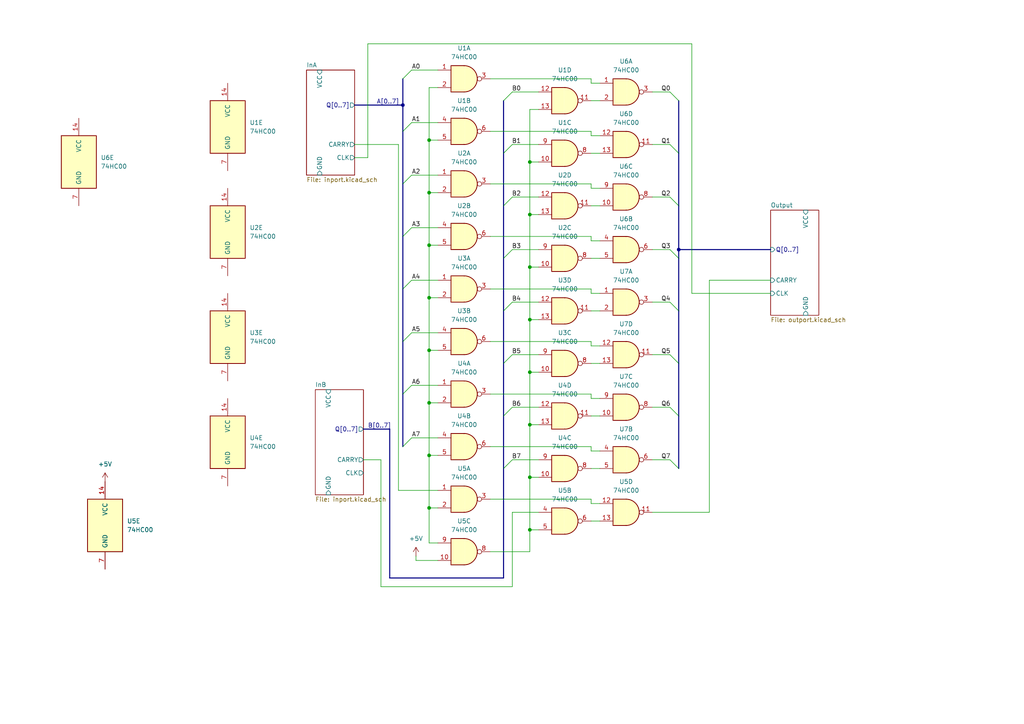
<source format=kicad_sch>
(kicad_sch (version 20230121) (generator eeschema)
  (paper "A4")
  (lib_symbols
    (symbol "74xx:74HC00" (pin_names (offset 1.016))
      (property "Reference" "U" (at 0 1.27 0))
      (property "Value" "74HC00" (at 0 -1.27 0))
      (symbol "74HC00_1_1"
        (arc (start 0 -3.81) (mid 3.7934 0) (end 0 3.81) (stroke (width 0.254)) (fill (type background)))
        (polyline (pts (xy 0 3.81) (xy -3.81 3.81) (xy -3.81 -3.81) (xy 0 -3.81)) (stroke (width 0.254)) (fill (type background)))
        (pin input line (at -7.62 2.54 0) (length 3.81) (name "~") (number "1"))
        (pin input line (at -7.62 -2.54 0) (length 3.81) (name "~") (number "2"))
        (pin output inverted (at 7.62 0 180) (length 3.81) (name "~") (number "3"))
      )
      (symbol "74HC00_1_2"
        (arc (start -3.81 -3.81) (mid -2.589 0) (end -3.81 3.81) (stroke (width 0.254)))
        (arc (start -0.6096 -3.81) (mid 2.1842 -2.5851) (end 3.81 0) (stroke (width 0.254)) (fill (type background)))
        (polyline (pts (xy -3.81 -3.81) (xy -0.635 -3.81)) (stroke (width 0.254)) (fill (type background)))
        (polyline (pts (xy -3.81 3.81) (xy -0.635 3.81)) (stroke (width 0.254)) (fill (type background)))
        (polyline (pts (xy -0.635 3.81) (xy -3.81 3.81) (xy -3.81 3.81) (xy -3.556 3.4036) (xy -3.0226 2.2606) (xy -2.6924 1.0414) (xy -2.6162 -0.254) (xy -2.7686 -1.4986) (xy -3.175 -2.7178) (xy -3.81 -3.81) (xy -3.81 -3.81) (xy -0.635 -3.81)) (stroke (width -25.4)) (fill (type background)))
        (arc (start 3.81 0) (mid 2.1915 2.5936) (end -0.6096 3.81) (stroke (width 0.254)) (fill (type background)))
        (pin input inverted (at -7.62 2.54 0) (length 4.318) (name "~") (number "1"))
        (pin input inverted (at -7.62 -2.54 0) (length 4.318) (name "~") (number "2"))
        (pin output line (at 7.62 0 180) (length 3.81) (name "~") (number "3"))
      )
      (symbol "74HC00_2_1"
        (arc (start 0 -3.81) (mid 3.7934 0) (end 0 3.81) (stroke (width 0.254)) (fill (type background)))
        (polyline (pts (xy 0 3.81) (xy -3.81 3.81) (xy -3.81 -3.81) (xy 0 -3.81)) (stroke (width 0.254)) (fill (type background)))
        (pin input line (at -7.62 2.54 0) (length 3.81) (name "~") (number "4"))
        (pin input line (at -7.62 -2.54 0) (length 3.81) (name "~") (number "5"))
        (pin output inverted (at 7.62 0 180) (length 3.81) (name "~") (number "6"))
      )
      (symbol "74HC00_2_2"
        (arc (start -3.81 -3.81) (mid -2.589 0) (end -3.81 3.81) (stroke (width 0.254)))
        (arc (start -0.6096 -3.81) (mid 2.1842 -2.5851) (end 3.81 0) (stroke (width 0.254)) (fill (type background)))
        (polyline (pts (xy -3.81 -3.81) (xy -0.635 -3.81)) (stroke (width 0.254)) (fill (type background)))
        (polyline (pts (xy -3.81 3.81) (xy -0.635 3.81)) (stroke (width 0.254)) (fill (type background)))
        (polyline (pts (xy -0.635 3.81) (xy -3.81 3.81) (xy -3.81 3.81) (xy -3.556 3.4036) (xy -3.0226 2.2606) (xy -2.6924 1.0414) (xy -2.6162 -0.254) (xy -2.7686 -1.4986) (xy -3.175 -2.7178) (xy -3.81 -3.81) (xy -3.81 -3.81) (xy -0.635 -3.81)) (stroke (width -25.4)) (fill (type background)))
        (arc (start 3.81 0) (mid 2.1915 2.5936) (end -0.6096 3.81) (stroke (width 0.254)) (fill (type background)))
        (pin input inverted (at -7.62 2.54 0) (length 4.318) (name "~") (number "4"))
        (pin input inverted (at -7.62 -2.54 0) (length 4.318) (name "~") (number "5"))
        (pin output line (at 7.62 0 180) (length 3.81) (name "~") (number "6"))
      )
      (symbol "74HC00_3_1"
        (arc (start 0 -3.81) (mid 3.7934 0) (end 0 3.81) (stroke (width 0.254)) (fill (type background)))
        (polyline (pts (xy 0 3.81) (xy -3.81 3.81) (xy -3.81 -3.81) (xy 0 -3.81)) (stroke (width 0.254)) (fill (type background)))
        (pin input line (at -7.62 -2.54 0) (length 3.81) (name "~") (number "10"))
        (pin output inverted (at 7.62 0 180) (length 3.81) (name "~") (number "8"))
        (pin input line (at -7.62 2.54 0) (length 3.81) (name "~") (number "9"))
      )
      (symbol "74HC00_3_2"
        (arc (start -3.81 -3.81) (mid -2.589 0) (end -3.81 3.81) (stroke (width 0.254)))
        (arc (start -0.6096 -3.81) (mid 2.1842 -2.5851) (end 3.81 0) (stroke (width 0.254)) (fill (type background)))
        (polyline (pts (xy -3.81 -3.81) (xy -0.635 -3.81)) (stroke (width 0.254)) (fill (type background)))
        (polyline (pts (xy -3.81 3.81) (xy -0.635 3.81)) (stroke (width 0.254)) (fill (type background)))
        (polyline (pts (xy -0.635 3.81) (xy -3.81 3.81) (xy -3.81 3.81) (xy -3.556 3.4036) (xy -3.0226 2.2606) (xy -2.6924 1.0414) (xy -2.6162 -0.254) (xy -2.7686 -1.4986) (xy -3.175 -2.7178) (xy -3.81 -3.81) (xy -3.81 -3.81) (xy -0.635 -3.81)) (stroke (width -25.4)) (fill (type background)))
        (arc (start 3.81 0) (mid 2.1915 2.5936) (end -0.6096 3.81) (stroke (width 0.254)) (fill (type background)))
        (pin input inverted (at -7.62 -2.54 0) (length 4.318) (name "~") (number "10"))
        (pin output line (at 7.62 0 180) (length 3.81) (name "~") (number "8"))
        (pin input inverted (at -7.62 2.54 0) (length 4.318) (name "~") (number "9"))
      )
      (symbol "74HC00_4_1"
        (arc (start 0 -3.81) (mid 3.7934 0) (end 0 3.81) (stroke (width 0.254)) (fill (type background)))
        (polyline (pts (xy 0 3.81) (xy -3.81 3.81) (xy -3.81 -3.81) (xy 0 -3.81)) (stroke (width 0.254)) (fill (type background)))
        (pin output inverted (at 7.62 0 180) (length 3.81) (name "~") (number "11"))
        (pin input line (at -7.62 2.54 0) (length 3.81) (name "~") (number "12"))
        (pin input line (at -7.62 -2.54 0) (length 3.81) (name "~") (number "13"))
      )
      (symbol "74HC00_4_2"
        (arc (start -3.81 -3.81) (mid -2.589 0) (end -3.81 3.81) (stroke (width 0.254)))
        (arc (start -0.6096 -3.81) (mid 2.1842 -2.5851) (end 3.81 0) (stroke (width 0.254)) (fill (type background)))
        (polyline (pts (xy -3.81 -3.81) (xy -0.635 -3.81)) (stroke (width 0.254)) (fill (type background)))
        (polyline (pts (xy -3.81 3.81) (xy -0.635 3.81)) (stroke (width 0.254)) (fill (type background)))
        (polyline (pts (xy -0.635 3.81) (xy -3.81 3.81) (xy -3.81 3.81) (xy -3.556 3.4036) (xy -3.0226 2.2606) (xy -2.6924 1.0414) (xy -2.6162 -0.254) (xy -2.7686 -1.4986) (xy -3.175 -2.7178) (xy -3.81 -3.81) (xy -3.81 -3.81) (xy -0.635 -3.81)) (stroke (width -25.4)) (fill (type background)))
        (arc (start 3.81 0) (mid 2.1915 2.5936) (end -0.6096 3.81) (stroke (width 0.254)) (fill (type background)))
        (pin output line (at 7.62 0 180) (length 3.81) (name "~") (number "11"))
        (pin input inverted (at -7.62 2.54 0) (length 4.318) (name "~") (number "12"))
        (pin input inverted (at -7.62 -2.54 0) (length 4.318) (name "~") (number "13"))
      )
      (symbol "74HC00_5_0"
        (pin power_in line (at 0 12.7 270) (length 5.08) (name "VCC") (number "14"))
        (pin power_in line (at 0 -12.7 90) (length 5.08) (name "GND") (number "7"))
      )
      (symbol "74HC00_5_1"
        (rectangle (start -5.08 7.62) (end 5.08 -7.62) (stroke (width 0.254)) (fill (type background)))
      )
    )
    (symbol "power:+5V" (power) (pin_names (offset 0))
      (property "Value" "+5V" (at 0 3.556 0))
      (symbol "+5V_0_1"
        (polyline (pts (xy -0.762 1.27) (xy 0 2.54)))
        (polyline (pts (xy 0 0) (xy 0 2.54)))
        (polyline (pts (xy 0 2.54) (xy 0.762 1.27)))
      )
      (symbol "+5V_1_1"
        (pin power_in line (at 0 0 90) (length 0) hide (name "+5V") (number "1"))
      )
    )
  )
  (junction (at 124.46 147.32))
  (junction (at 153.67 138.43))
  (junction (at 153.67 123.19))
  (junction (at 153.67 77.47))
  (junction (at 124.46 71.12))
  (junction (at 153.67 153.67))
  (junction (at 124.46 132.08))
  (junction (at 124.46 116.84))
  (junction (at 153.67 46.99))
  (junction (at 124.46 86.36))
  (junction (at 124.46 40.64))
  (junction (at 153.67 107.95))
  (junction (at 116.84 30.48))
  (junction (at 153.67 62.23))
  (junction (at 153.67 92.71))
  (junction (at 196.85 72.39))
  (junction (at 124.46 101.6))
  (junction (at 124.46 55.88))
  (bus_entry (at 194.31 72.39) (size 2.54 2.54))
  (bus_entry (at 415.29 6.35) (size -2.54 2.54))
  (bus_entry (at 119.38 96.52) (size -2.54 2.54))
  (bus_entry (at 119.38 81.28) (size -2.54 2.54))
  (bus_entry (at 194.31 41.91) (size 2.54 2.54))
  (bus_entry (at 119.38 20.32) (size -2.54 2.54))
  (bus_entry (at 415.29 97.79) (size -2.54 2.54))
  (bus_entry (at 148.59 26.67) (size -2.54 2.54))
  (bus_entry (at 415.29 67.31) (size -2.54 2.54))
  (bus_entry (at 119.38 50.8) (size -2.54 2.54))
  (bus_entry (at 119.38 127) (size -2.54 2.54))
  (bus_entry (at 148.59 87.63) (size -2.54 2.54))
  (bus_entry (at 194.31 102.87) (size 2.54 2.54))
  (bus_entry (at 415.29 52.07) (size -2.54 2.54))
  (bus_entry (at 148.59 57.15) (size -2.54 2.54))
  (bus_entry (at 415.29 113.03) (size -2.54 2.54))
  (bus_entry (at 148.59 72.39) (size -2.54 2.54))
  (bus_entry (at 194.31 87.63) (size 2.54 2.54))
  (bus_entry (at 194.31 133.35) (size 2.54 2.54))
  (bus_entry (at 119.38 111.76) (size -2.54 2.54))
  (bus_entry (at 148.59 102.87) (size -2.54 2.54))
  (bus_entry (at 415.29 82.55) (size -2.54 2.54))
  (bus_entry (at 119.38 35.56) (size -2.54 2.54))
  (bus_entry (at 119.38 66.04) (size -2.54 2.54))
  (bus_entry (at 148.59 41.91) (size -2.54 2.54))
  (bus_entry (at 415.29 21.59) (size -2.54 2.54))
  (bus_entry (at 148.59 133.35) (size -2.54 2.54))
  (bus_entry (at 194.31 118.11) (size 2.54 2.54))
  (bus_entry (at 194.31 26.67) (size 2.54 2.54))
  (bus_entry (at 415.29 36.83) (size -2.54 2.54))
  (bus_entry (at 194.31 57.15) (size 2.54 2.54))
  (bus_entry (at 148.59 118.11) (size -2.54 2.54))
  (wire (pts (xy 156.21 26.67) (xy 148.59 26.67)))
  (bus (pts (xy 196.85 29.21) (xy 196.85 44.45)))
  (bus (pts (xy 412.75 69.85) (xy 412.75 85.09)))
  (wire (pts (xy 110.49 133.35) (xy 110.49 170.18)))
  (wire (pts (xy 173.99 115.57) (xy 171.45 115.57)))
  (wire (pts (xy 124.46 25.4) (xy 124.46 40.64)))
  (wire (pts (xy 127 111.76) (xy 119.38 111.76)))
  (bus (pts (xy 113.03 167.64) (xy 113.03 124.46)))
  (wire (pts (xy 171.45 59.69) (xy 173.99 59.69)))
  (wire (pts (xy 142.24 114.3) (xy 171.45 114.3)))
  (wire (pts (xy 153.67 138.43) (xy 153.67 153.67)))
  (bus (pts (xy 116.84 114.3) (xy 116.84 129.54)))
  (bus (pts (xy 196.85 74.93) (xy 196.85 90.17)))
  (wire (pts (xy 153.67 123.19) (xy 153.67 138.43)))
  (wire (pts (xy 156.21 31.75) (xy 153.67 31.75)))
  (wire (pts (xy 127 86.36) (xy 124.46 86.36)))
  (wire (pts (xy 124.46 40.64) (xy 124.46 55.88)))
  (bus (pts (xy 412.75 24.13) (xy 412.75 39.37)))
  (wire (pts (xy 127 20.32) (xy 119.38 20.32)))
  (wire (pts (xy 422.91 97.79) (xy 415.29 97.79)))
  (wire (pts (xy 223.52 81.28) (xy 205.74 81.28)))
  (wire (pts (xy 171.45 68.58) (xy 142.24 68.58)))
  (wire (pts (xy 171.45 105.41) (xy 173.99 105.41)))
  (wire (pts (xy 115.57 142.24) (xy 127 142.24)))
  (wire (pts (xy 189.23 41.91) (xy 194.31 41.91)))
  (wire (pts (xy 223.52 85.09) (xy 200.66 85.09)))
  (wire (pts (xy 171.45 115.57) (xy 171.45 114.3)))
  (bus (pts (xy 146.05 29.21) (xy 146.05 44.45)))
  (wire (pts (xy 171.45 90.17) (xy 173.99 90.17)))
  (wire (pts (xy 127 71.12) (xy 124.46 71.12)))
  (wire (pts (xy 153.67 31.75) (xy 153.67 46.99)))
  (wire (pts (xy 173.99 54.61) (xy 171.45 54.61)))
  (wire (pts (xy 156.21 72.39) (xy 148.59 72.39)))
  (wire (pts (xy 171.45 83.82) (xy 171.45 85.09)))
  (wire (pts (xy 102.87 41.91) (xy 115.57 41.91)))
  (bus (pts (xy 412.75 100.33) (xy 412.75 115.57)))
  (wire (pts (xy 173.99 100.33) (xy 171.45 100.33)))
  (wire (pts (xy 142.24 22.86) (xy 171.45 22.86)))
  (wire (pts (xy 171.45 130.81) (xy 171.45 129.54)))
  (wire (pts (xy 200.66 85.09) (xy 200.66 12.7)))
  (wire (pts (xy 148.59 148.59) (xy 156.21 148.59)))
  (wire (pts (xy 189.23 133.35) (xy 194.31 133.35)))
  (bus (pts (xy 146.05 90.17) (xy 146.05 105.41)))
  (wire (pts (xy 205.74 81.28) (xy 205.74 148.59)))
  (wire (pts (xy 422.91 113.03) (xy 415.29 113.03)))
  (wire (pts (xy 171.45 53.34) (xy 142.24 53.34)))
  (bus (pts (xy 196.85 59.69) (xy 196.85 72.39)))
  (bus (pts (xy 196.85 72.39) (xy 196.85 74.93)))
  (bus (pts (xy 146.05 167.64) (xy 113.03 167.64)))
  (wire (pts (xy 127 55.88) (xy 124.46 55.88)))
  (wire (pts (xy 153.67 123.19) (xy 156.21 123.19)))
  (bus (pts (xy 196.85 120.65) (xy 196.85 135.89)))
  (wire (pts (xy 189.23 118.11) (xy 194.31 118.11)))
  (bus (pts (xy 113.03 124.46) (xy 105.41 124.46)))
  (bus (pts (xy 412.75 85.09) (xy 412.75 100.33)))
  (wire (pts (xy 142.24 99.06) (xy 171.45 99.06)))
  (bus (pts (xy 196.85 44.45) (xy 196.85 59.69)))
  (wire (pts (xy 171.45 54.61) (xy 171.45 53.34)))
  (wire (pts (xy 156.21 102.87) (xy 148.59 102.87)))
  (wire (pts (xy 171.45 29.21) (xy 173.99 29.21)))
  (wire (pts (xy 153.67 46.99) (xy 153.67 62.23)))
  (wire (pts (xy 142.24 38.1) (xy 171.45 38.1)))
  (wire (pts (xy 156.21 57.15) (xy 148.59 57.15)))
  (wire (pts (xy 148.59 170.18) (xy 148.59 148.59)))
  (wire (pts (xy 171.45 135.89) (xy 173.99 135.89)))
  (wire (pts (xy 171.45 22.86) (xy 171.45 24.13)))
  (wire (pts (xy 153.67 77.47) (xy 153.67 92.71)))
  (bus (pts (xy 116.84 53.34) (xy 116.84 68.58)))
  (bus (pts (xy 116.84 99.06) (xy 116.84 114.3)))
  (wire (pts (xy 127 101.6) (xy 124.46 101.6)))
  (wire (pts (xy 127 157.48) (xy 124.46 157.48)))
  (wire (pts (xy 106.68 45.72) (xy 102.87 45.72)))
  (wire (pts (xy 171.45 24.13) (xy 173.99 24.13)))
  (bus (pts (xy 146.05 74.93) (xy 146.05 90.17)))
  (wire (pts (xy 171.45 151.13) (xy 173.99 151.13)))
  (bus (pts (xy 146.05 105.41) (xy 146.05 120.65)))
  (wire (pts (xy 127 35.56) (xy 119.38 35.56)))
  (wire (pts (xy 124.46 157.48) (xy 124.46 147.32)))
  (wire (pts (xy 153.67 92.71) (xy 153.67 107.95)))
  (wire (pts (xy 127 25.4) (xy 124.46 25.4)))
  (bus (pts (xy 412.75 54.61) (xy 412.75 69.85)))
  (wire (pts (xy 127 66.04) (xy 119.38 66.04)))
  (wire (pts (xy 124.46 86.36) (xy 124.46 101.6)))
  (bus (pts (xy 116.84 38.1) (xy 116.84 53.34)))
  (wire (pts (xy 156.21 133.35) (xy 148.59 133.35)))
  (wire (pts (xy 189.23 72.39) (xy 194.31 72.39)))
  (wire (pts (xy 171.45 85.09) (xy 173.99 85.09)))
  (wire (pts (xy 422.91 6.35) (xy 415.29 6.35)))
  (wire (pts (xy 173.99 130.81) (xy 171.45 130.81)))
  (wire (pts (xy 127 132.08) (xy 124.46 132.08)))
  (bus (pts (xy 196.85 72.39) (xy 223.52 72.39)))
  (wire (pts (xy 124.46 116.84) (xy 124.46 132.08)))
  (wire (pts (xy 153.67 62.23) (xy 153.67 77.47)))
  (wire (pts (xy 124.46 55.88) (xy 124.46 71.12)))
  (wire (pts (xy 120.65 162.56) (xy 120.65 161.29)))
  (wire (pts (xy 142.24 83.82) (xy 171.45 83.82)))
  (wire (pts (xy 156.21 87.63) (xy 148.59 87.63)))
  (bus (pts (xy 146.05 44.45) (xy 146.05 59.69)))
  (bus (pts (xy 412.75 39.37) (xy 412.75 54.61)))
  (bus (pts (xy 116.84 30.48) (xy 116.84 38.1)))
  (wire (pts (xy 153.67 160.02) (xy 142.24 160.02)))
  (wire (pts (xy 153.67 153.67) (xy 153.67 160.02)))
  (wire (pts (xy 422.91 36.83) (xy 415.29 36.83)))
  (wire (pts (xy 171.45 146.05) (xy 173.99 146.05)))
  (wire (pts (xy 422.91 21.59) (xy 415.29 21.59)))
  (bus (pts (xy 412.75 8.89) (xy 412.75 24.13)))
  (wire (pts (xy 142.24 144.78) (xy 171.45 144.78)))
  (wire (pts (xy 171.45 144.78) (xy 171.45 146.05)))
  (wire (pts (xy 153.67 62.23) (xy 156.21 62.23)))
  (wire (pts (xy 189.23 87.63) (xy 194.31 87.63)))
  (bus (pts (xy 196.85 105.41) (xy 196.85 120.65)))
  (wire (pts (xy 422.91 52.07) (xy 415.29 52.07)))
  (wire (pts (xy 127 40.64) (xy 124.46 40.64)))
  (wire (pts (xy 173.99 69.85) (xy 171.45 69.85)))
  (wire (pts (xy 153.67 77.47) (xy 156.21 77.47)))
  (wire (pts (xy 127 50.8) (xy 119.38 50.8)))
  (wire (pts (xy 127 162.56) (xy 120.65 162.56)))
  (wire (pts (xy 110.49 170.18) (xy 148.59 170.18)))
  (wire (pts (xy 205.74 148.59) (xy 189.23 148.59)))
  (wire (pts (xy 124.46 71.12) (xy 124.46 86.36)))
  (wire (pts (xy 127 81.28) (xy 119.38 81.28)))
  (wire (pts (xy 422.91 67.31) (xy 415.29 67.31)))
  (wire (pts (xy 171.45 120.65) (xy 173.99 120.65)))
  (wire (pts (xy 200.66 12.7) (xy 106.68 12.7)))
  (wire (pts (xy 124.46 147.32) (xy 127 147.32)))
  (bus (pts (xy 102.87 30.48) (xy 116.84 30.48)))
  (wire (pts (xy 124.46 132.08) (xy 124.46 147.32)))
  (bus (pts (xy 116.84 22.86) (xy 116.84 30.48)))
  (wire (pts (xy 173.99 39.37) (xy 171.45 39.37)))
  (bus (pts (xy 146.05 120.65) (xy 146.05 135.89)))
  (wire (pts (xy 189.23 102.87) (xy 194.31 102.87)))
  (bus (pts (xy 116.84 83.82) (xy 116.84 99.06)))
  (wire (pts (xy 115.57 41.91) (xy 115.57 142.24)))
  (wire (pts (xy 156.21 118.11) (xy 148.59 118.11)))
  (bus (pts (xy 196.85 90.17) (xy 196.85 105.41)))
  (wire (pts (xy 171.45 129.54) (xy 142.24 129.54)))
  (wire (pts (xy 127 127) (xy 119.38 127)))
  (wire (pts (xy 124.46 101.6) (xy 124.46 116.84)))
  (wire (pts (xy 171.45 44.45) (xy 173.99 44.45)))
  (wire (pts (xy 105.41 133.35) (xy 110.49 133.35)))
  (wire (pts (xy 153.67 107.95) (xy 153.67 123.19)))
  (wire (pts (xy 171.45 74.93) (xy 173.99 74.93)))
  (wire (pts (xy 171.45 100.33) (xy 171.45 99.06)))
  (bus (pts (xy 116.84 68.58) (xy 116.84 83.82)))
  (wire (pts (xy 422.91 82.55) (xy 415.29 82.55)))
  (wire (pts (xy 153.67 92.71) (xy 156.21 92.71)))
  (wire (pts (xy 156.21 41.91) (xy 148.59 41.91)))
  (wire (pts (xy 189.23 26.67) (xy 194.31 26.67)))
  (wire (pts (xy 153.67 138.43) (xy 156.21 138.43)))
  (wire (pts (xy 171.45 69.85) (xy 171.45 68.58)))
  (bus (pts (xy 146.05 135.89) (xy 146.05 167.64)))
  (wire (pts (xy 153.67 46.99) (xy 156.21 46.99)))
  (bus (pts (xy 146.05 59.69) (xy 146.05 74.93)))
  (wire (pts (xy 127 116.84) (xy 124.46 116.84)))
  (wire (pts (xy 127 96.52) (xy 119.38 96.52)))
  (wire (pts (xy 189.23 57.15) (xy 194.31 57.15)))
  (wire (pts (xy 153.67 153.67) (xy 156.21 153.67)))
  (wire (pts (xy 153.67 107.95) (xy 156.21 107.95)))
  (wire (pts (xy 171.45 39.37) (xy 171.45 38.1)))
  (wire (pts (xy 106.68 12.7) (xy 106.68 45.72)))
  (label "B7" (at 151.13 133.35 180))
  (label "Q5" (at 191.77 102.87 0))
  (label "A3" (at 417.83 52.07 180))
  (label "Q1" (at 191.77 41.91 0))
  (label "A[0..7]" (at 109.22 30.48 0))
  (label "A5" (at 417.83 82.55 180))
  (label "A7" (at 417.83 113.03 180))
  (label "B0" (at 151.13 26.67 180))
  (label "A6" (at 417.83 97.79 180))
  (label "A2" (at 417.83 36.83 180))
  (label "Q4" (at 191.77 87.63 0))
  (label "A6" (at 121.92 111.76 180))
  (label "A4" (at 121.92 81.28 180))
  (label "Q7" (at 191.77 133.35 0))
  (label "Q6" (at 191.77 118.11 0))
  (label "B3" (at 151.13 72.39 180))
  (label "B2" (at 151.13 57.15 180))
  (label "A0" (at 121.92 20.32 180))
  (label "A2" (at 121.92 50.8 180))
  (label "A4" (at 417.83 67.31 180))
  (label "A5" (at 121.92 96.52 180))
  (label "A1" (at 121.92 35.56 180))
  (label "A7" (at 121.92 127 180))
  (label "B5" (at 151.13 102.87 180))
  (label "Q2" (at 191.77 57.15 0))
  (label "A1" (at 417.83 21.59 180))
  (label "A0" (at 417.83 6.35 180))
  (label "B4" (at 151.13 87.63 180))
  (label "B1" (at 151.13 41.91 180))
  (label "Q0" (at 191.77 26.67 0))
  (label "B[0..7]" (at 106.68 124.46 0))
  (label "B6" (at 151.13 118.11 180))
  (label "Q3" (at 191.77 72.39 0))
  (label "A3" (at 121.92 66.04 180))
  (symbol (lib_id "74xx:74HC00") (at 134.62 114.3 0) (unit 1)
    (property "Reference" "U4" (at 134.6117 105.41 0))
    (property "Value" "74HC00" (at 134.6117 107.95 0))
    (property "Footprint" "Package_DIP:DIP-14_W7.62mm_Socket" (effects hide))
    (property "Datasheet" "http://www.ti.com/lit/gpn/sn74hc00" (effects hide))
  )
  (symbol (lib_id "74xx:74HC00") (at 181.61 41.91 0) (unit 4)
    (property "Reference" "U6" (at 181.6017 33.02 0))
    (property "Value" "74HC00" (at 181.6017 35.56 0))
    (property "Footprint" "Package_DIP:DIP-14_W7.62mm_Socket" (effects hide))
    (property "Datasheet" "http://www.ti.com/lit/gpn/sn74hc00" (effects hide))
  )
  (symbol (lib_id "74xx:74HC00") (at 181.61 148.59 0) (unit 4)
    (property "Reference" "U5" (at 181.6017 139.7 0))
    (property "Value" "74HC00" (at 181.6017 142.24 0))
    (property "Footprint" "Package_DIP:DIP-14_W7.62mm_Socket" (effects hide))
    (property "Datasheet" "http://www.ti.com/lit/gpn/sn74hc00" (effects hide))
  )
  (symbol (lib_id "74xx:74HC00") (at 181.61 87.63 0) (unit 1)
    (property "Reference" "U7" (at 181.6017 78.74 0))
    (property "Value" "74HC00" (at 181.6017 81.28 0))
    (property "Footprint" "Package_DIP:DIP-14_W7.62mm_Socket" (effects hide))
    (property "Datasheet" "http://www.ti.com/lit/gpn/sn74hc00" (effects hide))
  )
  (symbol (lib_id "74xx:74HC00") (at 181.61 57.15 0) (unit 3)
    (property "Reference" "U6" (at 181.6017 48.26 0))
    (property "Value" "74HC00" (at 181.6017 50.8 0))
    (property "Footprint" "Package_DIP:DIP-14_W7.62mm_Socket" (effects hide))
    (property "Datasheet" "http://www.ti.com/lit/gpn/sn74hc00" (effects hide))
  )
  (symbol (lib_id "74xx:74HC00") (at 134.62 160.02 0) (unit 3)
    (property "Reference" "U5" (at 134.6117 151.13 0))
    (property "Value" "74HC00" (at 134.6117 153.67 0))
    (property "Footprint" "Package_DIP:DIP-14_W7.62mm_Socket" (effects hide))
    (property "Datasheet" "http://www.ti.com/lit/gpn/sn74hc00" (effects hide))
  )
  (symbol (lib_id "74xx:74HC00") (at 163.83 120.65 0) (unit 4)
    (property "Reference" "U4" (at 163.8217 111.76 0))
    (property "Value" "74HC00" (at 163.8217 114.3 0))
    (property "Footprint" "Package_DIP:DIP-14_W7.62mm_Socket" (effects hide))
    (property "Datasheet" "http://www.ti.com/lit/gpn/sn74hc00" (effects hide))
  )
  (symbol (lib_id "74xx:74HC00") (at 163.83 90.17 0) (unit 4)
    (property "Reference" "U3" (at 163.8217 81.28 0))
    (property "Value" "74HC00" (at 163.8217 83.82 0))
    (property "Footprint" "Package_DIP:DIP-14_W7.62mm_Socket" (effects hide))
    (property "Datasheet" "http://www.ti.com/lit/gpn/sn74hc00" (effects hide))
  )
  (symbol (lib_id "74xx:74HC00") (at 134.62 99.06 0) (unit 2)
    (property "Reference" "U3" (at 134.6117 90.17 0))
    (property "Value" "74HC00" (at 134.6117 92.71 0))
    (property "Footprint" "Package_DIP:DIP-14_W7.62mm_Socket" (effects hide))
    (property "Datasheet" "http://www.ti.com/lit/gpn/sn74hc00" (effects hide))
  )
  (symbol (lib_id "74xx:74HC00") (at 163.83 135.89 0) (unit 3)
    (property "Reference" "U4" (at 163.8217 127 0))
    (property "Value" "74HC00" (at 163.8217 129.54 0))
    (property "Footprint" "Package_DIP:DIP-14_W7.62mm_Socket" (effects hide))
    (property "Datasheet" "http://www.ti.com/lit/gpn/sn74hc00" (effects hide))
  )
  (symbol (lib_id "74xx:74HC00") (at 181.61 102.87 0) (unit 4)
    (property "Reference" "U7" (at 181.6017 93.98 0))
    (property "Value" "74HC00" (at 181.6017 96.52 0))
    (property "Footprint" "Package_DIP:DIP-14_W7.62mm_Socket" (effects hide))
    (property "Datasheet" "http://www.ti.com/lit/gpn/sn74hc00" (effects hide))
  )
  (symbol (lib_id "74xx:74HC00") (at 163.83 29.21 0) (unit 4)
    (property "Reference" "U1" (at 163.8217 20.32 0))
    (property "Value" "74HC00" (at 163.8217 22.86 0))
    (property "Footprint" "Package_DIP:DIP-14_W7.62mm_Socket" (effects hide))
    (property "Datasheet" "http://www.ti.com/lit/gpn/sn74hc00" (effects hide))
  )
  (symbol (lib_id "74xx:74HC00") (at 134.62 38.1 0) (unit 2)
    (property "Reference" "U1" (at 134.6117 29.21 0))
    (property "Value" "74HC00" (at 134.6117 31.75 0))
    (property "Footprint" "Package_DIP:DIP-14_W7.62mm_Socket" (effects hide))
    (property "Datasheet" "http://www.ti.com/lit/gpn/sn74hc00" (effects hide))
  )
  (symbol (lib_id "74xx:74HC00") (at 181.61 118.11 0) (unit 3)
    (property "Reference" "U7" (at 181.6017 109.22 0))
    (property "Value" "74HC00" (at 181.6017 111.76 0))
    (property "Footprint" "Package_DIP:DIP-14_W7.62mm_Socket" (effects hide))
    (property "Datasheet" "http://www.ti.com/lit/gpn/sn74hc00" (effects hide))
  )
  (symbol (lib_id "74xx:74HC00") (at 66.04 128.27 0) (unit 5)
    (property "Reference" "U4" (at 72.39 127 0) (effects (justify left)))
    (property "Value" "74HC00" (at 72.39 129.54 0) (effects (justify left)))
    (property "Footprint" "Package_DIP:DIP-14_W7.62mm_Socket" (effects hide))
    (property "Datasheet" "http://www.ti.com/lit/gpn/sn74hc00" (effects hide))
  )
  (symbol (lib_id "74xx:74HC00") (at 163.83 151.13 0) (unit 2)
    (property "Reference" "U5" (at 163.8217 142.24 0))
    (property "Value" "74HC00" (at 163.8217 144.78 0))
    (property "Footprint" "Package_DIP:DIP-14_W7.62mm_Socket" (effects hide))
    (property "Datasheet" "http://www.ti.com/lit/gpn/sn74hc00" (effects hide))
  )
  (symbol (lib_id "74xx:74HC00") (at 66.04 67.31 0) (unit 5)
    (property "Reference" "U2" (at 72.39 66.04 0) (effects (justify left)))
    (property "Value" "74HC00" (at 72.39 68.58 0) (effects (justify left)))
    (property "Footprint" "Package_DIP:DIP-14_W7.62mm_Socket" (effects hide))
    (property "Datasheet" "http://www.ti.com/lit/gpn/sn74hc00" (effects hide))
  )
  (symbol (lib_id "74xx:74HC00") (at 66.04 36.83 0) (unit 5)
    (property "Reference" "U1" (at 72.39 35.56 0) (effects (justify left)))
    (property "Value" "74HC00" (at 72.39 38.1 0) (effects (justify left)))
    (property "Footprint" "Package_DIP:DIP-14_W7.62mm_Socket" (effects hide))
    (property "Datasheet" "http://www.ti.com/lit/gpn/sn74hc00" (effects hide))
  )
  (symbol (lib_id "74xx:74HC00") (at 134.62 83.82 0) (unit 1)
    (property "Reference" "U3" (at 134.6117 74.93 0))
    (property "Value" "74HC00" (at 134.6117 77.47 0))
    (property "Footprint" "Package_DIP:DIP-14_W7.62mm_Socket" (effects hide))
    (property "Datasheet" "http://www.ti.com/lit/gpn/sn74hc00" (effects hide))
  )
  (symbol (lib_id "74xx:74HC00") (at 22.86 46.99 0) (unit 5)
    (property "Reference" "U6" (at 29.21 45.72 0) (effects (justify left)))
    (property "Value" "74HC00" (at 29.21 48.26 0) (effects (justify left)))
    (property "Footprint" "Package_DIP:DIP-14_W7.62mm_Socket" (effects hide))
    (property "Datasheet" "http://www.ti.com/lit/gpn/sn74hc00" (effects hide))
  )
  (symbol (lib_id "74xx:74HC00") (at 30.48 152.4 0) (unit 5)
    (property "Reference" "U5" (at 36.83 151.13 0) (effects (justify left)))
    (property "Value" "74HC00" (at 36.83 153.67 0) (effects (justify left)))
    (property "Footprint" "Package_DIP:DIP-14_W7.62mm_Socket" (effects hide))
    (property "Datasheet" "http://www.ti.com/lit/gpn/sn74hc00" (effects hide))
  )
  (symbol (lib_id "74xx:74HC00") (at 163.83 105.41 0) (unit 3)
    (property "Reference" "U3" (at 163.8217 96.52 0))
    (property "Value" "74HC00" (at 163.8217 99.06 0))
    (property "Footprint" "Package_DIP:DIP-14_W7.62mm_Socket" (effects hide))
    (property "Datasheet" "http://www.ti.com/lit/gpn/sn74hc00" (effects hide))
  )
  (symbol (lib_id "74xx:74HC00") (at 134.62 129.54 0) (unit 2)
    (property "Reference" "U4" (at 134.6117 120.65 0))
    (property "Value" "74HC00" (at 134.6117 123.19 0))
    (property "Footprint" "Package_DIP:DIP-14_W7.62mm_Socket" (effects hide))
    (property "Datasheet" "http://www.ti.com/lit/gpn/sn74hc00" (effects hide))
  )
  (symbol (lib_id "74xx:74HC00") (at 181.61 72.39 0) (unit 2)
    (property "Reference" "U6" (at 181.6017 63.5 0))
    (property "Value" "74HC00" (at 181.6017 66.04 0))
    (property "Footprint" "Package_DIP:DIP-14_W7.62mm_Socket" (effects hide))
    (property "Datasheet" "http://www.ti.com/lit/gpn/sn74hc00" (effects hide))
  )
  (symbol (lib_id "power:+5V") (at 30.48 139.7 0) (unit 1)
    (property "Reference" "#PWR02" (effects hide))
    (property "Value" "+5V" (at 30.48 134.62 0))
  )
  (symbol (lib_id "74xx:74HC00") (at 181.61 133.35 0) (unit 2)
    (property "Reference" "U7" (at 181.6017 124.46 0))
    (property "Value" "74HC00" (at 181.6017 127 0))
    (property "Footprint" "Package_DIP:DIP-14_W7.62mm_Socket" (effects hide))
    (property "Datasheet" "http://www.ti.com/lit/gpn/sn74hc00" (effects hide))
  )
  (symbol (lib_id "power:+5V") (at 120.65 161.29 0) (unit 1)
    (property "Reference" "#PWR01" (effects hide))
    (property "Value" "+5V" (at 120.65 156.21 0))
  )
  (symbol (lib_id "74xx:74HC00") (at 163.83 44.45 0) (unit 3)
    (property "Reference" "U1" (at 163.8217 35.56 0))
    (property "Value" "74HC00" (at 163.8217 38.1 0))
    (property "Footprint" "Package_DIP:DIP-14_W7.62mm_Socket" (effects hide))
    (property "Datasheet" "http://www.ti.com/lit/gpn/sn74hc00" (effects hide))
  )
  (symbol (lib_id "74xx:74HC00") (at 134.62 22.86 0) (unit 1)
    (property "Reference" "U1" (at 134.6117 13.97 0))
    (property "Value" "74HC00" (at 134.6117 16.51 0))
    (property "Footprint" "Package_DIP:DIP-14_W7.62mm_Socket" (effects hide))
    (property "Datasheet" "http://www.ti.com/lit/gpn/sn74hc00" (effects hide))
  )
  (symbol (lib_id "74xx:74HC00") (at 163.83 59.69 0) (unit 4)
    (property "Reference" "U2" (at 163.8217 50.8 0))
    (property "Value" "74HC00" (at 163.8217 53.34 0))
    (property "Footprint" "Package_DIP:DIP-14_W7.62mm_Socket" (effects hide))
    (property "Datasheet" "http://www.ti.com/lit/gpn/sn74hc00" (effects hide))
  )
  (symbol (lib_id "74xx:74HC00") (at 134.62 144.78 0) (unit 1)
    (property "Reference" "U5" (at 134.6117 135.89 0))
    (property "Value" "74HC00" (at 134.6117 138.43 0))
    (property "Footprint" "Package_DIP:DIP-14_W7.62mm_Socket" (effects hide))
    (property "Datasheet" "http://www.ti.com/lit/gpn/sn74hc00" (effects hide))
  )
  (symbol (lib_id "74xx:74HC00") (at 134.62 53.34 0) (unit 1)
    (property "Reference" "U2" (at 134.6117 44.45 0))
    (property "Value" "74HC00" (at 134.6117 46.99 0))
    (property "Footprint" "Package_DIP:DIP-14_W7.62mm_Socket" (effects hide))
    (property "Datasheet" "http://www.ti.com/lit/gpn/sn74hc00" (effects hide))
  )
  (symbol (lib_id "74xx:74HC00") (at 181.61 26.67 0) (unit 1)
    (property "Reference" "U6" (at 181.6017 17.78 0))
    (property "Value" "74HC00" (at 181.6017 20.32 0))
    (property "Footprint" "Package_DIP:DIP-14_W7.62mm_Socket" (effects hide))
    (property "Datasheet" "http://www.ti.com/lit/gpn/sn74hc00" (effects hide))
  )
  (symbol (lib_id "74xx:74HC00") (at 66.04 97.79 0) (unit 5)
    (property "Reference" "U3" (at 72.39 96.52 0) (effects (justify left)))
    (property "Value" "74HC00" (at 72.39 99.06 0) (effects (justify left)))
    (property "Footprint" "Package_DIP:DIP-14_W7.62mm_Socket" (effects hide))
    (property "Datasheet" "http://www.ti.com/lit/gpn/sn74hc00" (effects hide))
  )
  (symbol (lib_id "74xx:74HC00") (at 134.62 68.58 0) (unit 2)
    (property "Reference" "U2" (at 134.6117 59.69 0))
    (property "Value" "74HC00" (at 134.6117 62.23 0))
    (property "Footprint" "Package_DIP:DIP-14_W7.62mm_Socket" (effects hide))
    (property "Datasheet" "http://www.ti.com/lit/gpn/sn74hc00" (effects hide))
  )
  (symbol (lib_id "74xx:74HC00") (at 163.83 74.93 0) (unit 3)
    (property "Reference" "U2" (at 163.8217 66.04 0))
    (property "Value" "74HC00" (at 163.8217 68.58 0))
    (property "Footprint" "Package_DIP:DIP-14_W7.62mm_Socket" (effects hide))
    (property "Datasheet" "http://www.ti.com/lit/gpn/sn74hc00" (effects hide))
  )
  (sheet (at 88.9 20.32) (size 13.97 30.48) (stroke (width 0.1524))
    (property "Sheetname" "InA" (at 88.9 19.6084 0) (effects (justify left bottom)))
    (property "Sheetfile" "inport.kicad_sch" (at 88.9 51.3846 0) (effects (justify left top)))
    (pin "CARRY" output (at 102.87 41.91 0))
    (pin "VCC" input (at 92.71 20.32 90))
    (pin "GND" input (at 92.71 50.8 270))
    (pin "CLK" output (at 102.87 45.72 0))
    (pin "Q[0..7]" output (at 102.87 30.48 0))
  )
  (sheet (at 91.44 113.03) (size 13.97 30.48) (stroke (width 0.1524))
    (property "Sheetname" "InB" (at 91.44 112.3184 0) (effects (justify left bottom)))
    (property "Sheetfile" "inport.kicad_sch" (at 91.44 144.0946 0) (effects (justify left top)))
    (pin "CARRY" output (at 105.41 133.35 0))
    (pin "VCC" input (at 95.25 113.03 90))
    (pin "GND" input (at 95.25 143.51 270))
    (pin "CLK" output (at 105.41 137.16 0))
    (pin "Q[0..7]" output (at 105.41 124.46 0))
  )
  (sheet (at 223.52 60.96) (size 13.97 30.48) (stroke (width 0.1524))
    (property "Sheetname" "Output" (at 223.52 60.2484 0) (effects (justify left bottom)))
    (property "Sheetfile" "outport.kicad_sch" (at 223.52 92.0246 0) (effects (justify left top)))
    (pin "CLK" input (at 223.52 85.09 180))
    (pin "VCC" input (at 233.68 60.96 90))
    (pin "GND" input (at 233.68 91.44 270))
    (pin "CARRY" input (at 223.52 81.28 180))
    (pin "Q[0..7]" input (at 223.52 72.39 180))
  )
)
</source>
